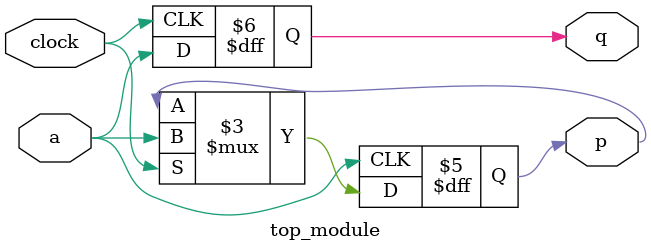
<source format=sv>
module top_module (
	input clock,
	input a, 
	output reg p,
	output reg q
);

	always @(negedge clock) begin
		q <= a;
	end

	always @(posedge a) begin
		if (clock) begin
			p <= a;
		end
	end

endmodule

</source>
